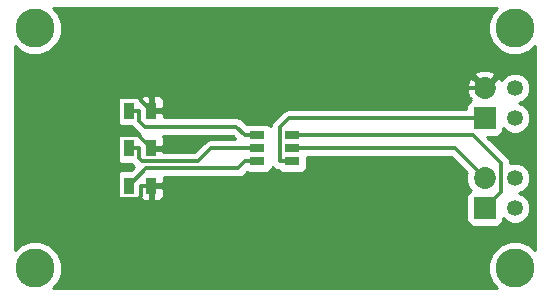
<source format=gtl>
G04 (created by PCBNEW-RS274X (2011-07-19)-testing) date Mon 24 Oct 2011 06:07:59 PM PDT*
G01*
G70*
G90*
%MOIN*%
G04 Gerber Fmt 3.4, Leading zero omitted, Abs format*
%FSLAX34Y34*%
G04 APERTURE LIST*
%ADD10C,0.006000*%
%ADD11C,0.130000*%
%ADD12R,0.035000X0.055000*%
%ADD13C,0.073000*%
%ADD14R,0.073000X0.073000*%
%ADD15C,0.053000*%
%ADD16R,0.051200X0.027600*%
%ADD17C,0.012000*%
%ADD18C,0.010000*%
G04 APERTURE END LIST*
G54D10*
G54D11*
X67000Y-21000D03*
X51000Y-21000D03*
X51000Y-29000D03*
X67000Y-29000D03*
G54D12*
X54125Y-23750D03*
X54875Y-23750D03*
X54125Y-25000D03*
X54875Y-25000D03*
X54125Y-26250D03*
X54875Y-26250D03*
G54D13*
X66000Y-26000D03*
G54D14*
X66000Y-27000D03*
G54D15*
X67000Y-27000D03*
X67000Y-26000D03*
G54D13*
X66000Y-23000D03*
G54D14*
X66000Y-24000D03*
G54D15*
X67000Y-24000D03*
X67000Y-23000D03*
G54D16*
X59581Y-25433D03*
X59581Y-25000D03*
X59581Y-24567D03*
X58419Y-25433D03*
X58419Y-25000D03*
X58419Y-24567D03*
G54D17*
X65600Y-24567D02*
X59581Y-24567D01*
X66538Y-25505D02*
X65600Y-24567D01*
X66538Y-26462D02*
X66538Y-25505D01*
X66000Y-27000D02*
X66538Y-26462D01*
X65000Y-25000D02*
X66000Y-26000D01*
X59581Y-25000D02*
X65000Y-25000D01*
X59460Y-24000D02*
X66000Y-24000D01*
X59162Y-24298D02*
X59460Y-24000D01*
X59162Y-25433D02*
X59162Y-24298D01*
X59581Y-25433D02*
X59162Y-25433D01*
X54436Y-23311D02*
X54875Y-23750D01*
X53796Y-23311D02*
X54436Y-23311D01*
X53762Y-23345D02*
X53796Y-23311D01*
X53762Y-24503D02*
X53762Y-23345D01*
X53820Y-24561D02*
X53762Y-24503D01*
X53786Y-24595D02*
X53820Y-24561D01*
X53786Y-26655D02*
X53786Y-24595D01*
X53820Y-26689D02*
X53786Y-26655D01*
X54436Y-26689D02*
X53820Y-26689D01*
X54537Y-26588D02*
X54436Y-26689D01*
X54537Y-26250D02*
X54537Y-26588D01*
X54436Y-24561D02*
X54875Y-25000D01*
X53820Y-24561D02*
X54436Y-24561D01*
X54875Y-26250D02*
X54537Y-26250D01*
X55963Y-23000D02*
X55213Y-23750D01*
X66000Y-23000D02*
X55963Y-23000D01*
X54875Y-23750D02*
X55213Y-23750D01*
X54125Y-25000D02*
X54463Y-25000D01*
X54463Y-25338D02*
X54463Y-25000D01*
X54564Y-25439D02*
X54463Y-25338D01*
X56441Y-25439D02*
X54564Y-25439D01*
X56880Y-25000D02*
X56441Y-25439D01*
X58419Y-25000D02*
X56880Y-25000D01*
X54463Y-24088D02*
X54463Y-23750D01*
X54659Y-24284D02*
X54463Y-24088D01*
X57717Y-24284D02*
X54659Y-24284D01*
X58000Y-24567D02*
X57717Y-24284D01*
X58419Y-24567D02*
X58000Y-24567D01*
X54125Y-23750D02*
X54463Y-23750D01*
X54712Y-25663D02*
X54125Y-26250D01*
X57770Y-25663D02*
X54712Y-25663D01*
X58000Y-25433D02*
X57770Y-25663D01*
X58419Y-25433D02*
X58000Y-25433D01*
G54D10*
G36*
X57685Y-24690D02*
X56880Y-24690D01*
X56761Y-24714D01*
X56660Y-24781D01*
X56312Y-25129D01*
X55299Y-25129D01*
X55300Y-25112D01*
X55238Y-25050D01*
X54975Y-25050D01*
X54925Y-25050D01*
X54825Y-25050D01*
X54825Y-24950D01*
X54925Y-24950D01*
X54975Y-24950D01*
X55238Y-24950D01*
X55300Y-24888D01*
X55299Y-24774D01*
X55299Y-24675D01*
X55265Y-24594D01*
X57589Y-24594D01*
X57685Y-24690D01*
X57685Y-24690D01*
G37*
G54D18*
X57685Y-24690D02*
X56880Y-24690D01*
X56761Y-24714D01*
X56660Y-24781D01*
X56312Y-25129D01*
X55299Y-25129D01*
X55300Y-25112D01*
X55238Y-25050D01*
X54975Y-25050D01*
X54925Y-25050D01*
X54825Y-25050D01*
X54825Y-24950D01*
X54925Y-24950D01*
X54975Y-24950D01*
X55238Y-24950D01*
X55300Y-24888D01*
X55299Y-24774D01*
X55299Y-24675D01*
X55265Y-24594D01*
X57589Y-24594D01*
X57685Y-24690D01*
G54D10*
G36*
X67675Y-28402D02*
X67515Y-28242D01*
X67515Y-27103D01*
X67515Y-26898D01*
X67437Y-26709D01*
X67292Y-26564D01*
X67138Y-26499D01*
X67291Y-26437D01*
X67436Y-26292D01*
X67515Y-26103D01*
X67515Y-25898D01*
X67437Y-25709D01*
X67292Y-25564D01*
X67103Y-25485D01*
X66898Y-25485D01*
X66848Y-25505D01*
X66824Y-25387D01*
X66824Y-25386D01*
X66790Y-25336D01*
X66757Y-25286D01*
X66757Y-25285D01*
X66085Y-24614D01*
X66414Y-24614D01*
X66506Y-24576D01*
X66576Y-24506D01*
X66614Y-24415D01*
X66614Y-24342D01*
X66708Y-24436D01*
X66897Y-24515D01*
X67102Y-24515D01*
X67291Y-24437D01*
X67436Y-24292D01*
X67515Y-24103D01*
X67515Y-23898D01*
X67437Y-23709D01*
X67292Y-23564D01*
X67138Y-23499D01*
X67291Y-23437D01*
X67436Y-23292D01*
X67515Y-23103D01*
X67515Y-22898D01*
X67437Y-22709D01*
X67292Y-22564D01*
X67103Y-22485D01*
X66898Y-22485D01*
X66709Y-22563D01*
X66564Y-22708D01*
X66550Y-22741D01*
X66525Y-22680D01*
X66424Y-22646D01*
X66354Y-22716D01*
X66354Y-22576D01*
X66320Y-22475D01*
X66095Y-22393D01*
X65856Y-22403D01*
X65680Y-22475D01*
X65646Y-22576D01*
X66000Y-22929D01*
X66354Y-22576D01*
X66354Y-22716D01*
X66071Y-23000D01*
X66000Y-23071D01*
X65929Y-23000D01*
X65894Y-22965D01*
X65576Y-22646D01*
X65475Y-22680D01*
X65393Y-22905D01*
X65403Y-23144D01*
X65475Y-23320D01*
X65522Y-23336D01*
X65487Y-23372D01*
X65525Y-23410D01*
X65494Y-23424D01*
X65424Y-23494D01*
X65386Y-23585D01*
X65386Y-23684D01*
X65386Y-23690D01*
X59460Y-23690D01*
X59341Y-23714D01*
X59291Y-23747D01*
X59240Y-23781D01*
X58943Y-24079D01*
X58876Y-24179D01*
X58859Y-24261D01*
X58816Y-24218D01*
X58725Y-24180D01*
X58626Y-24180D01*
X58114Y-24180D01*
X58069Y-24198D01*
X57936Y-24065D01*
X57836Y-23998D01*
X57717Y-23974D01*
X55299Y-23974D01*
X55300Y-23862D01*
X55300Y-23638D01*
X55299Y-23524D01*
X55299Y-23425D01*
X55261Y-23334D01*
X55191Y-23264D01*
X55099Y-23226D01*
X54987Y-23225D01*
X54925Y-23287D01*
X54925Y-23700D01*
X55238Y-23700D01*
X55300Y-23638D01*
X55300Y-23862D01*
X55238Y-23800D01*
X54975Y-23800D01*
X54925Y-23800D01*
X54825Y-23800D01*
X54825Y-23700D01*
X54825Y-23650D01*
X54825Y-23287D01*
X54763Y-23225D01*
X54651Y-23226D01*
X54559Y-23264D01*
X54500Y-23323D01*
X54441Y-23264D01*
X54350Y-23226D01*
X54251Y-23226D01*
X53901Y-23226D01*
X53809Y-23264D01*
X53739Y-23334D01*
X53701Y-23425D01*
X53701Y-23524D01*
X53701Y-24074D01*
X53739Y-24166D01*
X53809Y-24236D01*
X53900Y-24274D01*
X53999Y-24274D01*
X54221Y-24274D01*
X54222Y-24274D01*
X54244Y-24307D01*
X54440Y-24503D01*
X54517Y-24555D01*
X54500Y-24573D01*
X54441Y-24514D01*
X54350Y-24476D01*
X54251Y-24476D01*
X53901Y-24476D01*
X53809Y-24514D01*
X53739Y-24584D01*
X53701Y-24675D01*
X53701Y-24774D01*
X53701Y-25324D01*
X53739Y-25416D01*
X53809Y-25486D01*
X53900Y-25524D01*
X53999Y-25524D01*
X54221Y-25524D01*
X54222Y-25524D01*
X54244Y-25557D01*
X54311Y-25625D01*
X54211Y-25726D01*
X53901Y-25726D01*
X53809Y-25764D01*
X53739Y-25834D01*
X53701Y-25925D01*
X53701Y-26024D01*
X53701Y-26574D01*
X53739Y-26666D01*
X53809Y-26736D01*
X53900Y-26774D01*
X53999Y-26774D01*
X54349Y-26774D01*
X54441Y-26736D01*
X54500Y-26677D01*
X54559Y-26736D01*
X54651Y-26774D01*
X54763Y-26775D01*
X54825Y-26713D01*
X54825Y-26350D01*
X54825Y-26300D01*
X54825Y-26200D01*
X54925Y-26200D01*
X54975Y-26200D01*
X55238Y-26200D01*
X55300Y-26138D01*
X55299Y-26024D01*
X55299Y-25973D01*
X57770Y-25973D01*
X57888Y-25949D01*
X57889Y-25949D01*
X57989Y-25882D01*
X58069Y-25801D01*
X58113Y-25820D01*
X58212Y-25820D01*
X58724Y-25820D01*
X58816Y-25782D01*
X58886Y-25712D01*
X58923Y-25622D01*
X58943Y-25652D01*
X59043Y-25719D01*
X59140Y-25738D01*
X59184Y-25782D01*
X59275Y-25820D01*
X59374Y-25820D01*
X59886Y-25820D01*
X59978Y-25782D01*
X60048Y-25712D01*
X60086Y-25621D01*
X60086Y-25522D01*
X60086Y-25310D01*
X64872Y-25310D01*
X65400Y-25838D01*
X65385Y-25877D01*
X65385Y-26122D01*
X65479Y-26348D01*
X65536Y-26406D01*
X65494Y-26424D01*
X65424Y-26494D01*
X65386Y-26585D01*
X65386Y-26684D01*
X65386Y-27414D01*
X65424Y-27506D01*
X65494Y-27576D01*
X65585Y-27614D01*
X65684Y-27614D01*
X66414Y-27614D01*
X66506Y-27576D01*
X66576Y-27506D01*
X66614Y-27415D01*
X66614Y-27342D01*
X66708Y-27436D01*
X66897Y-27515D01*
X67102Y-27515D01*
X67291Y-27437D01*
X67436Y-27292D01*
X67515Y-27103D01*
X67515Y-28242D01*
X67511Y-28238D01*
X67180Y-28100D01*
X66822Y-28100D01*
X66491Y-28237D01*
X66238Y-28489D01*
X66100Y-28820D01*
X66100Y-29178D01*
X66237Y-29509D01*
X66402Y-29675D01*
X55300Y-29675D01*
X55300Y-26362D01*
X55238Y-26300D01*
X54925Y-26300D01*
X54925Y-26713D01*
X54987Y-26775D01*
X55099Y-26774D01*
X55191Y-26736D01*
X55261Y-26666D01*
X55299Y-26575D01*
X55299Y-26476D01*
X55300Y-26362D01*
X55300Y-29675D01*
X51597Y-29675D01*
X51762Y-29511D01*
X51900Y-29180D01*
X51900Y-28822D01*
X51763Y-28491D01*
X51511Y-28238D01*
X51180Y-28100D01*
X50822Y-28100D01*
X50491Y-28237D01*
X50325Y-28402D01*
X50325Y-21597D01*
X50489Y-21762D01*
X50820Y-21900D01*
X51178Y-21900D01*
X51509Y-21763D01*
X51762Y-21511D01*
X51900Y-21180D01*
X51900Y-20822D01*
X51763Y-20491D01*
X51597Y-20325D01*
X66402Y-20325D01*
X66238Y-20489D01*
X66100Y-20820D01*
X66100Y-21178D01*
X66237Y-21509D01*
X66489Y-21762D01*
X66820Y-21900D01*
X67178Y-21900D01*
X67509Y-21763D01*
X67675Y-21597D01*
X67675Y-28402D01*
X67675Y-28402D01*
G37*
G54D18*
X67675Y-28402D02*
X67515Y-28242D01*
X67515Y-27103D01*
X67515Y-26898D01*
X67437Y-26709D01*
X67292Y-26564D01*
X67138Y-26499D01*
X67291Y-26437D01*
X67436Y-26292D01*
X67515Y-26103D01*
X67515Y-25898D01*
X67437Y-25709D01*
X67292Y-25564D01*
X67103Y-25485D01*
X66898Y-25485D01*
X66848Y-25505D01*
X66824Y-25387D01*
X66824Y-25386D01*
X66790Y-25336D01*
X66757Y-25286D01*
X66757Y-25285D01*
X66085Y-24614D01*
X66414Y-24614D01*
X66506Y-24576D01*
X66576Y-24506D01*
X66614Y-24415D01*
X66614Y-24342D01*
X66708Y-24436D01*
X66897Y-24515D01*
X67102Y-24515D01*
X67291Y-24437D01*
X67436Y-24292D01*
X67515Y-24103D01*
X67515Y-23898D01*
X67437Y-23709D01*
X67292Y-23564D01*
X67138Y-23499D01*
X67291Y-23437D01*
X67436Y-23292D01*
X67515Y-23103D01*
X67515Y-22898D01*
X67437Y-22709D01*
X67292Y-22564D01*
X67103Y-22485D01*
X66898Y-22485D01*
X66709Y-22563D01*
X66564Y-22708D01*
X66550Y-22741D01*
X66525Y-22680D01*
X66424Y-22646D01*
X66354Y-22716D01*
X66354Y-22576D01*
X66320Y-22475D01*
X66095Y-22393D01*
X65856Y-22403D01*
X65680Y-22475D01*
X65646Y-22576D01*
X66000Y-22929D01*
X66354Y-22576D01*
X66354Y-22716D01*
X66071Y-23000D01*
X66000Y-23071D01*
X65929Y-23000D01*
X65894Y-22965D01*
X65576Y-22646D01*
X65475Y-22680D01*
X65393Y-22905D01*
X65403Y-23144D01*
X65475Y-23320D01*
X65522Y-23336D01*
X65487Y-23372D01*
X65525Y-23410D01*
X65494Y-23424D01*
X65424Y-23494D01*
X65386Y-23585D01*
X65386Y-23684D01*
X65386Y-23690D01*
X59460Y-23690D01*
X59341Y-23714D01*
X59291Y-23747D01*
X59240Y-23781D01*
X58943Y-24079D01*
X58876Y-24179D01*
X58859Y-24261D01*
X58816Y-24218D01*
X58725Y-24180D01*
X58626Y-24180D01*
X58114Y-24180D01*
X58069Y-24198D01*
X57936Y-24065D01*
X57836Y-23998D01*
X57717Y-23974D01*
X55299Y-23974D01*
X55300Y-23862D01*
X55300Y-23638D01*
X55299Y-23524D01*
X55299Y-23425D01*
X55261Y-23334D01*
X55191Y-23264D01*
X55099Y-23226D01*
X54987Y-23225D01*
X54925Y-23287D01*
X54925Y-23700D01*
X55238Y-23700D01*
X55300Y-23638D01*
X55300Y-23862D01*
X55238Y-23800D01*
X54975Y-23800D01*
X54925Y-23800D01*
X54825Y-23800D01*
X54825Y-23700D01*
X54825Y-23650D01*
X54825Y-23287D01*
X54763Y-23225D01*
X54651Y-23226D01*
X54559Y-23264D01*
X54500Y-23323D01*
X54441Y-23264D01*
X54350Y-23226D01*
X54251Y-23226D01*
X53901Y-23226D01*
X53809Y-23264D01*
X53739Y-23334D01*
X53701Y-23425D01*
X53701Y-23524D01*
X53701Y-24074D01*
X53739Y-24166D01*
X53809Y-24236D01*
X53900Y-24274D01*
X53999Y-24274D01*
X54221Y-24274D01*
X54222Y-24274D01*
X54244Y-24307D01*
X54440Y-24503D01*
X54517Y-24555D01*
X54500Y-24573D01*
X54441Y-24514D01*
X54350Y-24476D01*
X54251Y-24476D01*
X53901Y-24476D01*
X53809Y-24514D01*
X53739Y-24584D01*
X53701Y-24675D01*
X53701Y-24774D01*
X53701Y-25324D01*
X53739Y-25416D01*
X53809Y-25486D01*
X53900Y-25524D01*
X53999Y-25524D01*
X54221Y-25524D01*
X54222Y-25524D01*
X54244Y-25557D01*
X54311Y-25625D01*
X54211Y-25726D01*
X53901Y-25726D01*
X53809Y-25764D01*
X53739Y-25834D01*
X53701Y-25925D01*
X53701Y-26024D01*
X53701Y-26574D01*
X53739Y-26666D01*
X53809Y-26736D01*
X53900Y-26774D01*
X53999Y-26774D01*
X54349Y-26774D01*
X54441Y-26736D01*
X54500Y-26677D01*
X54559Y-26736D01*
X54651Y-26774D01*
X54763Y-26775D01*
X54825Y-26713D01*
X54825Y-26350D01*
X54825Y-26300D01*
X54825Y-26200D01*
X54925Y-26200D01*
X54975Y-26200D01*
X55238Y-26200D01*
X55300Y-26138D01*
X55299Y-26024D01*
X55299Y-25973D01*
X57770Y-25973D01*
X57888Y-25949D01*
X57889Y-25949D01*
X57989Y-25882D01*
X58069Y-25801D01*
X58113Y-25820D01*
X58212Y-25820D01*
X58724Y-25820D01*
X58816Y-25782D01*
X58886Y-25712D01*
X58923Y-25622D01*
X58943Y-25652D01*
X59043Y-25719D01*
X59140Y-25738D01*
X59184Y-25782D01*
X59275Y-25820D01*
X59374Y-25820D01*
X59886Y-25820D01*
X59978Y-25782D01*
X60048Y-25712D01*
X60086Y-25621D01*
X60086Y-25522D01*
X60086Y-25310D01*
X64872Y-25310D01*
X65400Y-25838D01*
X65385Y-25877D01*
X65385Y-26122D01*
X65479Y-26348D01*
X65536Y-26406D01*
X65494Y-26424D01*
X65424Y-26494D01*
X65386Y-26585D01*
X65386Y-26684D01*
X65386Y-27414D01*
X65424Y-27506D01*
X65494Y-27576D01*
X65585Y-27614D01*
X65684Y-27614D01*
X66414Y-27614D01*
X66506Y-27576D01*
X66576Y-27506D01*
X66614Y-27415D01*
X66614Y-27342D01*
X66708Y-27436D01*
X66897Y-27515D01*
X67102Y-27515D01*
X67291Y-27437D01*
X67436Y-27292D01*
X67515Y-27103D01*
X67515Y-28242D01*
X67511Y-28238D01*
X67180Y-28100D01*
X66822Y-28100D01*
X66491Y-28237D01*
X66238Y-28489D01*
X66100Y-28820D01*
X66100Y-29178D01*
X66237Y-29509D01*
X66402Y-29675D01*
X55300Y-29675D01*
X55300Y-26362D01*
X55238Y-26300D01*
X54925Y-26300D01*
X54925Y-26713D01*
X54987Y-26775D01*
X55099Y-26774D01*
X55191Y-26736D01*
X55261Y-26666D01*
X55299Y-26575D01*
X55299Y-26476D01*
X55300Y-26362D01*
X55300Y-29675D01*
X51597Y-29675D01*
X51762Y-29511D01*
X51900Y-29180D01*
X51900Y-28822D01*
X51763Y-28491D01*
X51511Y-28238D01*
X51180Y-28100D01*
X50822Y-28100D01*
X50491Y-28237D01*
X50325Y-28402D01*
X50325Y-21597D01*
X50489Y-21762D01*
X50820Y-21900D01*
X51178Y-21900D01*
X51509Y-21763D01*
X51762Y-21511D01*
X51900Y-21180D01*
X51900Y-20822D01*
X51763Y-20491D01*
X51597Y-20325D01*
X66402Y-20325D01*
X66238Y-20489D01*
X66100Y-20820D01*
X66100Y-21178D01*
X66237Y-21509D01*
X66489Y-21762D01*
X66820Y-21900D01*
X67178Y-21900D01*
X67509Y-21763D01*
X67675Y-21597D01*
X67675Y-28402D01*
M02*

</source>
